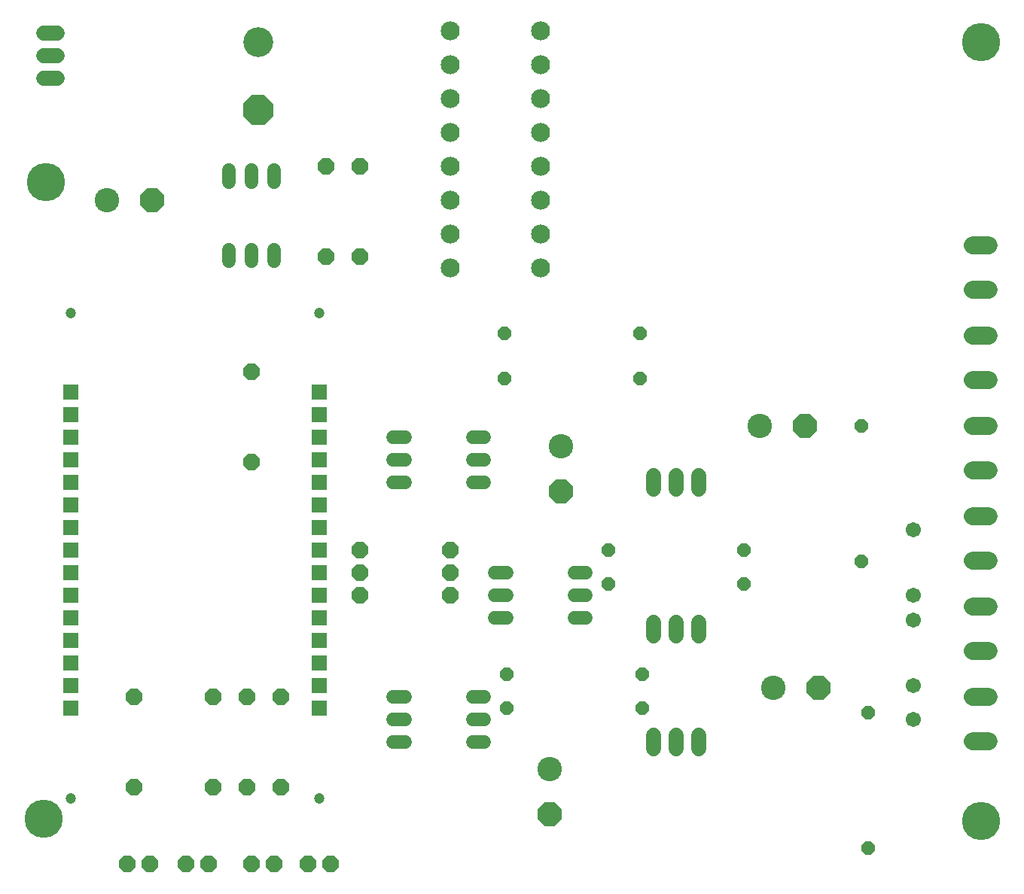
<source format=gbr>
G04 EAGLE Gerber RS-274X export*
G75*
%MOMM*%
%FSLAX34Y34*%
%LPD*%
%INSoldermask Bottom*%
%IPPOS*%
%AMOC8*
5,1,8,0,0,1.08239X$1,22.5*%
G01*
%ADD10C,1.524000*%
%ADD11C,2.133600*%
%ADD12P,2.034460X8X292.500000*%
%ADD13C,1.727200*%
%ADD14P,3.629037X8X292.500000*%
%ADD15C,3.352800*%
%ADD16C,2.743200*%
%ADD17P,2.969212X8X22.500000*%
%ADD18P,2.034460X8X22.500000*%
%ADD19P,2.034460X8X112.500000*%
%ADD20P,1.649562X8X22.500000*%
%ADD21P,1.649562X8X112.500000*%
%ADD22C,1.993900*%
%ADD23R,1.711200X1.711200*%
%ADD24C,1.203200*%
%ADD25C,4.303200*%
%ADD26P,2.969212X8X292.500000*%
%ADD27C,1.703200*%


D10*
X220980Y782320D02*
X220980Y795528D01*
X195580Y795528D02*
X195580Y782320D01*
X195580Y706120D02*
X195580Y692912D01*
X220980Y692912D02*
X220980Y706120D01*
X170180Y782320D02*
X170180Y795528D01*
X170180Y706120D02*
X170180Y692912D01*
D11*
X419100Y685800D03*
X520700Y685800D03*
X520700Y800100D03*
X419100Y800100D03*
X419100Y723900D03*
X520700Y723900D03*
X520700Y762000D03*
X419100Y762000D03*
D12*
X279400Y800100D03*
X279400Y698500D03*
X195580Y568960D03*
X195580Y467360D03*
D11*
X419100Y838200D03*
X520700Y838200D03*
X520700Y952500D03*
X419100Y952500D03*
X419100Y876300D03*
X520700Y876300D03*
X520700Y914400D03*
X419100Y914400D03*
D13*
X-22860Y949960D02*
X-38100Y949960D01*
X-38100Y924560D02*
X-22860Y924560D01*
X-22860Y899160D02*
X-38100Y899160D01*
D14*
X203200Y863600D03*
D15*
X203200Y939800D03*
D16*
X33020Y762000D03*
D17*
X83820Y762000D03*
D18*
X55880Y15240D03*
X81280Y15240D03*
D19*
X63500Y101600D03*
X63500Y203200D03*
D10*
X355092Y495300D02*
X368300Y495300D01*
X368300Y469900D02*
X355092Y469900D01*
X444500Y469900D02*
X457708Y469900D01*
X457708Y495300D02*
X444500Y495300D01*
X368300Y444500D02*
X355092Y444500D01*
X444500Y444500D02*
X457708Y444500D01*
D13*
X698500Y452120D02*
X698500Y436880D01*
X673100Y436880D02*
X673100Y452120D01*
X647700Y452120D02*
X647700Y436880D01*
D18*
X317500Y368300D03*
X419100Y368300D03*
D20*
X480060Y612140D03*
X632460Y612140D03*
X480060Y561340D03*
X632460Y561340D03*
D21*
X881380Y355600D03*
X881380Y508000D03*
D10*
X368300Y203200D02*
X355092Y203200D01*
X355092Y177800D02*
X368300Y177800D01*
X444500Y177800D02*
X457708Y177800D01*
X457708Y203200D02*
X444500Y203200D01*
X368300Y152400D02*
X355092Y152400D01*
X444500Y152400D02*
X457708Y152400D01*
D13*
X698500Y160020D02*
X698500Y144780D01*
X673100Y144780D02*
X673100Y160020D01*
X647700Y160020D02*
X647700Y144780D01*
D18*
X317500Y317500D03*
X419100Y317500D03*
D20*
X482600Y228600D03*
X635000Y228600D03*
X482600Y190500D03*
X635000Y190500D03*
D21*
X889000Y33020D03*
X889000Y185420D03*
D10*
X482600Y342900D02*
X469392Y342900D01*
X469392Y317500D02*
X482600Y317500D01*
X558800Y317500D02*
X572008Y317500D01*
X572008Y342900D02*
X558800Y342900D01*
X482600Y292100D02*
X469392Y292100D01*
X558800Y292100D02*
X572008Y292100D01*
D13*
X698500Y287020D02*
X698500Y271780D01*
X673100Y271780D02*
X673100Y287020D01*
X647700Y287020D02*
X647700Y271780D01*
D18*
X317500Y342900D03*
X419100Y342900D03*
D20*
X596900Y368300D03*
X749300Y368300D03*
X596900Y330200D03*
X749300Y330200D03*
D18*
X121920Y15240D03*
X147320Y15240D03*
D19*
X152400Y101600D03*
X152400Y203200D03*
D18*
X259080Y15240D03*
X284480Y15240D03*
D19*
X228600Y101600D03*
X228600Y203200D03*
D18*
X195580Y15240D03*
X220980Y15240D03*
D19*
X190500Y101600D03*
X190500Y203200D03*
D22*
X1007047Y507600D02*
X1024954Y507600D01*
X1024954Y457600D02*
X1007047Y457600D01*
X1007047Y406000D02*
X1024954Y406000D01*
X1024954Y356000D02*
X1007047Y356000D01*
X1007047Y304400D02*
X1024954Y304400D01*
X1024954Y254400D02*
X1007047Y254400D01*
X1007047Y202800D02*
X1024954Y202800D01*
X1024954Y152800D02*
X1007047Y152800D01*
D19*
X317500Y698500D03*
X317500Y800100D03*
D23*
X-7620Y546100D03*
X-7620Y520700D03*
X-7620Y495300D03*
X-7620Y469900D03*
X-7620Y444500D03*
X-7620Y419100D03*
X-7620Y393700D03*
X-7620Y368300D03*
X-7620Y342900D03*
X-7620Y317500D03*
X-7620Y292100D03*
X-7620Y266700D03*
X-7620Y241300D03*
X-7620Y215900D03*
X-7620Y190500D03*
X271780Y546100D03*
X271780Y520700D03*
X271780Y495300D03*
X271780Y469900D03*
X271780Y444500D03*
X271780Y419100D03*
X271780Y393700D03*
X271780Y368300D03*
X271780Y342900D03*
X271780Y317500D03*
X271780Y292100D03*
X271780Y266700D03*
X271780Y241300D03*
X271780Y215900D03*
X271780Y190500D03*
D24*
X271780Y635000D03*
X271780Y88900D03*
X-7620Y88900D03*
X-7620Y635000D03*
D25*
X1016000Y63500D03*
X-38100Y66040D03*
X1016000Y939800D03*
X-35560Y782320D03*
D22*
X1007047Y609200D02*
X1024954Y609200D01*
X1024954Y559200D02*
X1007047Y559200D01*
X1007047Y710800D02*
X1024954Y710800D01*
X1024954Y660800D02*
X1007047Y660800D01*
D16*
X543560Y485140D03*
D26*
X543560Y434340D03*
D16*
X530860Y121920D03*
D26*
X530860Y71120D03*
D16*
X782320Y213360D03*
D17*
X833120Y213360D03*
D16*
X767080Y508000D03*
D17*
X817880Y508000D03*
D27*
X939800Y391160D03*
X939800Y317500D03*
X939800Y177800D03*
X939800Y289560D03*
X939800Y215900D03*
M02*

</source>
